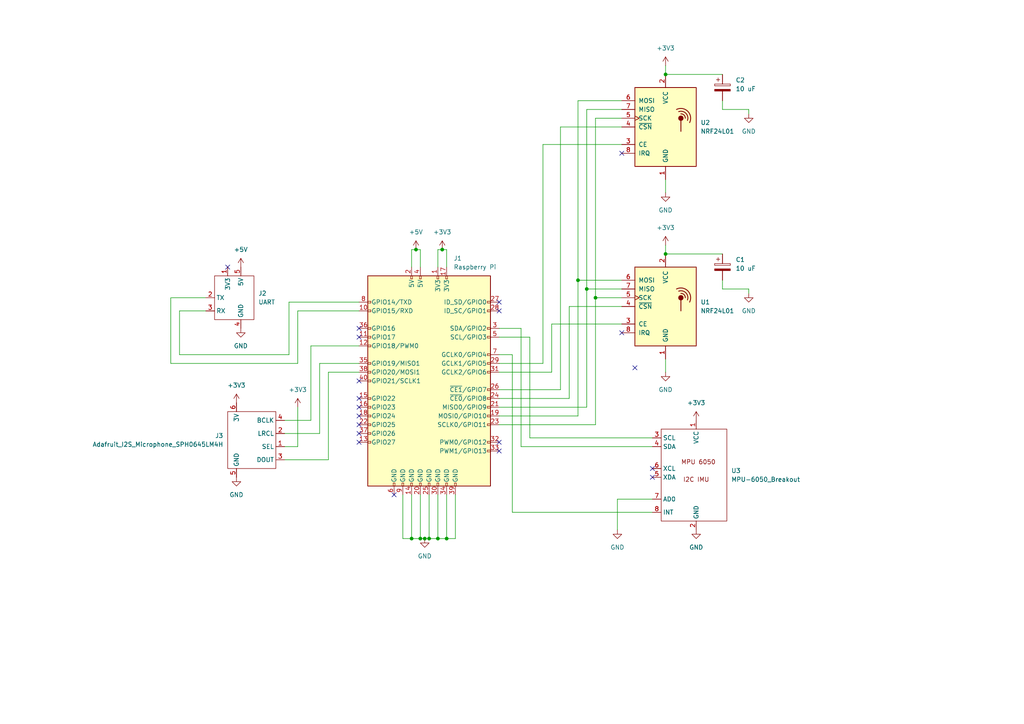
<source format=kicad_sch>
(kicad_sch (version 20211123) (generator eeschema)
  (paper "A4")
  (lib_symbols
    (symbol "Connector:Raspberry_Pi_2_3" (pin_names (offset 1.016))
      (property "Reference" "J" (at -17.78 31.75 0))
      (property "Value" "Raspberry_Pi_2_3" (at 10.16 -31.75 0))
      (symbol "Raspberry_Pi_2_3_0_1"
        (rectangle (start -17.78 30.48) (end 17.78 -30.48) (stroke (width 0.254)) (fill (type background)))
      )
      (symbol "Raspberry_Pi_2_3_1_1"
        (rectangle (start -16.891 -17.526) (end -17.78 -18.034))
        (rectangle (start -16.891 -14.986) (end -17.78 -15.494))
        (rectangle (start -16.891 -12.446) (end -17.78 -12.954))
        (rectangle (start -16.891 -9.906) (end -17.78 -10.414))
        (rectangle (start -16.891 -7.366) (end -17.78 -7.874))
        (rectangle (start -16.891 -4.826) (end -17.78 -5.334))
        (rectangle (start -16.891 0.254) (end -17.78 -0.254))
        (rectangle (start -16.891 2.794) (end -17.78 2.286))
        (rectangle (start -16.891 5.334) (end -17.78 4.826))
        (rectangle (start -16.891 10.414) (end -17.78 9.906))
        (rectangle (start -16.891 12.954) (end -17.78 12.446))
        (rectangle (start -16.891 15.494) (end -17.78 14.986))
        (rectangle (start -16.891 20.574) (end -17.78 20.066))
        (rectangle (start -16.891 23.114) (end -17.78 22.606))
        (rectangle (start -10.414 -29.591) (end -9.906 -30.48))
        (rectangle (start -7.874 -29.591) (end -7.366 -30.48))
        (rectangle (start -5.334 -29.591) (end -4.826 -30.48))
        (rectangle (start -5.334 30.48) (end -4.826 29.591))
        (rectangle (start -2.794 -29.591) (end -2.286 -30.48))
        (rectangle (start -2.794 30.48) (end -2.286 29.591))
        (rectangle (start -0.254 -29.591) (end 0.254 -30.48))
        (rectangle (start 2.286 -29.591) (end 2.794 -30.48))
        (rectangle (start 2.286 30.48) (end 2.794 29.591))
        (rectangle (start 4.826 -29.591) (end 5.334 -30.48))
        (rectangle (start 4.826 30.48) (end 5.334 29.591))
        (rectangle (start 7.366 -29.591) (end 7.874 -30.48))
        (rectangle (start 17.78 -20.066) (end 16.891 -20.574))
        (rectangle (start 17.78 -17.526) (end 16.891 -18.034))
        (rectangle (start 17.78 -12.446) (end 16.891 -12.954))
        (rectangle (start 17.78 -9.906) (end 16.891 -10.414))
        (rectangle (start 17.78 -7.366) (end 16.891 -7.874))
        (rectangle (start 17.78 -4.826) (end 16.891 -5.334))
        (rectangle (start 17.78 -2.286) (end 16.891 -2.794))
        (rectangle (start 17.78 2.794) (end 16.891 2.286))
        (rectangle (start 17.78 5.334) (end 16.891 4.826))
        (rectangle (start 17.78 7.874) (end 16.891 7.366))
        (rectangle (start 17.78 12.954) (end 16.891 12.446))
        (rectangle (start 17.78 15.494) (end 16.891 14.986))
        (rectangle (start 17.78 20.574) (end 16.891 20.066))
        (rectangle (start 17.78 23.114) (end 16.891 22.606))
        (pin power_in line (at 2.54 33.02 270) (length 2.54) (name "3V3") (number "1"))
        (pin bidirectional line (at -20.32 20.32 0) (length 2.54) (name "GPIO15/RXD") (number "10"))
        (pin bidirectional line (at -20.32 12.7 0) (length 2.54) (name "GPIO17") (number "11"))
        (pin bidirectional line (at -20.32 10.16 0) (length 2.54) (name "GPIO18/PWM0") (number "12"))
        (pin bidirectional line (at -20.32 -17.78 0) (length 2.54) (name "GPIO27") (number "13"))
        (pin power_in line (at -5.08 -33.02 90) (length 2.54) (name "GND") (number "14"))
        (pin bidirectional line (at -20.32 -5.08 0) (length 2.54) (name "GPIO22") (number "15"))
        (pin bidirectional line (at -20.32 -7.62 0) (length 2.54) (name "GPIO23") (number "16"))
        (pin power_in line (at 5.08 33.02 270) (length 2.54) (name "3V3") (number "17"))
        (pin bidirectional line (at -20.32 -10.16 0) (length 2.54) (name "GPIO24") (number "18"))
        (pin bidirectional line (at 20.32 -10.16 180) (length 2.54) (name "MOSI0/GPIO10") (number "19"))
        (pin power_in line (at -5.08 33.02 270) (length 2.54) (name "5V") (number "2"))
        (pin power_in line (at -2.54 -33.02 90) (length 2.54) (name "GND") (number "20"))
        (pin bidirectional line (at 20.32 -7.62 180) (length 2.54) (name "MISO0/GPIO9") (number "21"))
        (pin bidirectional line (at -20.32 -12.7 0) (length 2.54) (name "GPIO25") (number "22"))
        (pin bidirectional line (at 20.32 -12.7 180) (length 2.54) (name "SCLK0/GPIO11") (number "23"))
        (pin bidirectional line (at 20.32 -5.08 180) (length 2.54) (name "~{CE0}/GPIO8") (number "24"))
        (pin power_in line (at 0 -33.02 90) (length 2.54) (name "GND") (number "25"))
        (pin bidirectional line (at 20.32 -2.54 180) (length 2.54) (name "~{CE1}/GPIO7") (number "26"))
        (pin bidirectional line (at 20.32 22.86 180) (length 2.54) (name "ID_SD/GPIO0") (number "27"))
        (pin bidirectional line (at 20.32 20.32 180) (length 2.54) (name "ID_SC/GPIO1") (number "28"))
        (pin bidirectional line (at 20.32 5.08 180) (length 2.54) (name "GCLK1/GPIO5") (number "29"))
        (pin bidirectional line (at 20.32 15.24 180) (length 2.54) (name "SDA/GPIO2") (number "3"))
        (pin power_in line (at 2.54 -33.02 90) (length 2.54) (name "GND") (number "30"))
        (pin bidirectional line (at 20.32 2.54 180) (length 2.54) (name "GCLK2/GPIO6") (number "31"))
        (pin bidirectional line (at 20.32 -17.78 180) (length 2.54) (name "PWM0/GPIO12") (number "32"))
        (pin bidirectional line (at 20.32 -20.32 180) (length 2.54) (name "PWM1/GPIO13") (number "33"))
        (pin power_in line (at 5.08 -33.02 90) (length 2.54) (name "GND") (number "34"))
        (pin bidirectional line (at -20.32 5.08 0) (length 2.54) (name "GPIO19/MISO1") (number "35"))
        (pin bidirectional line (at -20.32 15.24 0) (length 2.54) (name "GPIO16") (number "36"))
        (pin bidirectional line (at -20.32 -15.24 0) (length 2.54) (name "GPIO26") (number "37"))
        (pin bidirectional line (at -20.32 2.54 0) (length 2.54) (name "GPIO20/MOSI1") (number "38"))
        (pin power_in line (at 7.62 -33.02 90) (length 2.54) (name "GND") (number "39"))
        (pin power_in line (at -2.54 33.02 270) (length 2.54) (name "5V") (number "4"))
        (pin bidirectional line (at -20.32 0 0) (length 2.54) (name "GPIO21/SCLK1") (number "40"))
        (pin bidirectional line (at 20.32 12.7 180) (length 2.54) (name "SCL/GPIO3") (number "5"))
        (pin power_in line (at -10.16 -33.02 90) (length 2.54) (name "GND") (number "6"))
        (pin bidirectional line (at 20.32 7.62 180) (length 2.54) (name "GCLK0/GPIO4") (number "7"))
        (pin bidirectional line (at -20.32 22.86 0) (length 2.54) (name "GPIO14/TXD") (number "8"))
        (pin power_in line (at -7.62 -33.02 90) (length 2.54) (name "GND") (number "9"))
      )
    )
    (symbol "Device:C_Polarized" (pin_numbers hide) (pin_names (offset 0.254))
      (property "Reference" "C" (at 0.635 2.54 0))
      (property "Value" "C_Polarized" (at 0.635 -2.54 0))
      (symbol "C_Polarized_0_1"
        (rectangle (start -2.286 0.508) (end 2.286 1.016))
        (polyline (pts (xy -1.778 2.286) (xy -0.762 2.286)))
        (polyline (pts (xy -1.27 2.794) (xy -1.27 1.778)))
        (rectangle (start 2.286 -0.508) (end -2.286 -1.016) (fill (type outline)))
      )
      (symbol "C_Polarized_1_1"
        (pin passive line (at 0 3.81 270) (length 2.794) (name "~") (number "1"))
        (pin passive line (at 0 -3.81 90) (length 2.794) (name "~") (number "2"))
      )
    )
    (symbol "RF:NRF24L01_Breakout" (pin_names (offset 1.016))
      (property "Reference" "U" (at -8.89 12.7 0))
      (property "Value" "NRF24L01_Breakout" (at 3.81 12.7 0))
      (symbol "NRF24L01_Breakout_0_1"
        (rectangle (start -8.89 11.43) (end 8.89 -11.43) (stroke (width 0.254)) (fill (type background)))
        (polyline (pts (xy 4.445 1.905) (xy 4.445 -1.27)) (stroke (width 0.254)))
        (circle (center 4.445 2.54) (radius 0.635) (stroke (width 0.254)) (fill (type outline)))
        (arc (start 5.715 2.54) (mid 5.3521 3.4546) (end 4.445 3.81) (stroke (width 0.254)))
        (arc (start 6.35 1.905) (mid 5.8763 3.9854) (end 3.81 4.445) (stroke (width 0.254)))
        (arc (start 6.985 1.27) (mid 6.453 4.548) (end 3.175 5.08) (stroke (width 0.254)))
      )
      (symbol "NRF24L01_Breakout_1_1"
        (pin power_in line (at 0 -15.24 90) (length 3.81) (name "GND") (number "1"))
        (pin power_in line (at 0 15.24 270) (length 3.81) (name "VCC") (number "2"))
        (pin input line (at -12.7 -5.08 0) (length 3.81) (name "CE") (number "3"))
        (pin input line (at -12.7 0 0) (length 3.81) (name "~{CSN}") (number "4"))
        (pin input clock (at -12.7 2.54 0) (length 3.81) (name "SCK") (number "5"))
        (pin input line (at -12.7 7.62 0) (length 3.81) (name "MOSI") (number "6"))
        (pin output line (at -12.7 5.08 0) (length 3.81) (name "MISO") (number "7"))
        (pin output line (at -12.7 -7.62 0) (length 3.81) (name "IRQ") (number "8"))
      )
    )
    (symbol "cs340lx:I2S Mic"
      (property "Reference" "J" (at 6.35 -19.05 0))
      (property "Value" "I2S Mic" (at -2.54 -13.335 90))
      (symbol "I2S Mic_0_1"
        (rectangle (start 0 0) (end 13.97 -16.51))
      )
      (symbol "I2S Mic_1_1"
        (pin input line (at 16.51 -10.16 180) (length 2.54) (name "SEL") (number "1"))
        (pin input line (at 16.51 -6.35 180) (length 2.54) (name "LRCL") (number "2"))
        (pin output line (at 16.51 -13.97 180) (length 2.54) (name "DOUT") (number "3"))
        (pin input line (at 16.51 -2.54 180) (length 2.54) (name "BCLK") (number "4"))
        (pin power_in line (at 2.54 -19.05 90) (length 2.54) (name "GND") (number "5"))
        (pin power_in line (at 2.54 2.54 270) (length 2.54) (name "3V") (number "6"))
      )
    )
    (symbol "cs340lx:MPU-6050_Breakout"
      (property "Reference" "U" (at 24.13 -11.43 90))
      (property "Value" "MPU-6050_Breakout" (at 21.59 -13.97 90))
      (symbol "MPU-6050_Breakout_0_0"
        (text "I2C IMU" (at 10.16 -14.605 0) (effects (font (size 1.27 1.27))))
        (text "MPU 6050" (at 10.795 -9.525 0) (effects (font (size 1.27 1.27))))
      )
      (symbol "MPU-6050_Breakout_0_1"
        (rectangle (start 0 0) (end 19.05 -26.67))
      )
      (symbol "MPU-6050_Breakout_1_1"
        (pin power_in line (at 10.16 2.54 270) (length 2.54) (name "VCC") (number "1"))
        (pin power_in line (at 10.16 -29.21 90) (length 2.54) (name "GND") (number "2"))
        (pin input line (at -2.54 -2.54 0) (length 2.54) (name "SCL") (number "3"))
        (pin bidirectional line (at -2.54 -5.08 0) (length 2.54) (name "SDA") (number "4"))
        (pin bidirectional line (at -2.54 -13.97 0) (length 2.54) (name "XDA") (number "5"))
        (pin input line (at -2.54 -11.43 0) (length 2.54) (name "XCL") (number "6"))
        (pin input line (at -2.54 -20.32 0) (length 2.54) (name "AD0") (number "7"))
        (pin output line (at -2.54 -24.13 0) (length 2.54) (name "INT") (number "8"))
      )
    )
    (symbol "cs340lx:UART"
      (property "Reference" "J" (at 11.43 -3.81 0))
      (property "Value" "UART" (at 12.7 -11.43 0))
      (symbol "UART_0_1"
        (rectangle (start -1.27 -1.27) (end 10.16 -13.97))
      )
      (symbol "UART_1_1"
        (pin power_out line (at 2.54 1.27 270) (length 2.54) (name "3V3") (number "1"))
        (pin output line (at -3.81 -7.62 0) (length 2.54) (name "TX") (number "2"))
        (pin input line (at -3.81 -11.43 0) (length 2.54) (name "RX") (number "3"))
        (pin power_out line (at 6.35 -16.51 90) (length 2.54) (name "GND") (number "4"))
        (pin power_out line (at 6.35 1.27 270) (length 2.54) (name "5V") (number "5"))
      )
    )
    (symbol "power:+3V3" (power) (pin_names (offset 0))
      (property "Value" "+3V3" (at 0 3.556 0))
      (symbol "+3V3_0_1"
        (polyline (pts (xy -0.762 1.27) (xy 0 2.54)))
        (polyline (pts (xy 0 0) (xy 0 2.54)))
        (polyline (pts (xy 0 2.54) (xy 0.762 1.27)))
      )
      (symbol "+3V3_1_1"
        (pin power_in line (at 0 0 90) (length 0) hide (name "+3V3") (number "1"))
      )
    )
    (symbol "power:+5V" (power) (pin_names (offset 0))
      (property "Value" "+5V" (at 0 3.556 0))
      (symbol "+5V_0_1"
        (polyline (pts (xy -0.762 1.27) (xy 0 2.54)))
        (polyline (pts (xy 0 0) (xy 0 2.54)))
        (polyline (pts (xy 0 2.54) (xy 0.762 1.27)))
      )
      (symbol "+5V_1_1"
        (pin power_in line (at 0 0 90) (length 0) hide (name "+5V") (number "1"))
      )
    )
    (symbol "power:GND" (power) (pin_names (offset 0))
      (property "Value" "GND" (at 0 -3.81 0))
      (symbol "GND_0_1"
        (polyline (pts (xy 0 0) (xy 0 -1.27) (xy 1.27 -1.27) (xy 0 -2.54) (xy -1.27 -1.27) (xy 0 -1.27)))
      )
      (symbol "GND_1_1"
        (pin power_in line (at 0 0 270) (length 0) hide (name "GND") (number "1"))
      )
    )
  )
  (junction (at 172.72 86.36))
  (junction (at 170.18 83.82))
  (junction (at 119.38 156.21))
  (junction (at 124.46 156.21))
  (junction (at 128.27 72.39))
  (junction (at 120.65 72.39))
  (junction (at 167.64 81.28))
  (junction (at 193.04 21.59))
  (junction (at 121.92 156.21))
  (junction (at 193.04 73.66))
  (junction (at 123.19 156.21))
  (junction (at 129.54 156.21))
  (junction (at 127 156.21))
  (no_connect (at 144.78 90.17))
  (no_connect (at 144.78 87.63))
  (no_connect (at 180.34 44.45))
  (no_connect (at 104.14 95.25))
  (no_connect (at 104.14 97.79))
  (no_connect (at 104.14 110.49))
  (no_connect (at 104.14 128.27))
  (no_connect (at 104.14 125.73))
  (no_connect (at 104.14 115.57))
  (no_connect (at 104.14 118.11))
  (no_connect (at 104.14 120.65))
  (no_connect (at 104.14 123.19))
  (no_connect (at 144.78 128.27))
  (no_connect (at 144.78 130.81))
  (no_connect (at 66.04 77.47))
  (no_connect (at 189.23 135.89))
  (no_connect (at 189.23 138.43))
  (no_connect (at 180.34 96.52))
  (no_connect (at 114.3 143.51))
  (no_connect (at 184.15 106.68))
  (wire (pts (xy 116.84 143.51) (xy 116.84 156.21)))
  (wire (pts (xy 209.55 31.75) (xy 217.17 31.75)))
  (wire (pts (xy 193.04 104.14) (xy 193.04 107.95)))
  (wire (pts (xy 151.13 95.25) (xy 144.78 95.25)))
  (wire (pts (xy 52.07 90.17) (xy 59.69 90.17)))
  (wire (pts (xy 165.1 88.9) (xy 165.1 115.57)))
  (wire (pts (xy 86.36 90.17) (xy 104.14 90.17)))
  (wire (pts (xy 189.23 144.78) (xy 179.07 144.78)))
  (wire (pts (xy 167.64 81.28) (xy 167.64 120.65)))
  (wire (pts (xy 144.78 120.65) (xy 167.64 120.65)))
  (wire (pts (xy 209.55 83.82) (xy 217.17 83.82)))
  (wire (pts (xy 148.59 102.87) (xy 148.59 148.59)))
  (wire (pts (xy 121.92 72.39) (xy 121.92 77.47)))
  (wire (pts (xy 95.25 107.95) (xy 104.14 107.95)))
  (wire (pts (xy 180.34 29.21) (xy 167.64 29.21)))
  (wire (pts (xy 129.54 143.51) (xy 129.54 156.21)))
  (wire (pts (xy 162.56 113.03) (xy 162.56 36.83)))
  (wire (pts (xy 116.84 156.21) (xy 119.38 156.21)))
  (wire (pts (xy 193.04 19.05) (xy 193.04 21.59)))
  (wire (pts (xy 49.53 105.41) (xy 86.36 105.41)))
  (wire (pts (xy 148.59 148.59) (xy 189.23 148.59)))
  (wire (pts (xy 121.92 156.21) (xy 123.19 156.21)))
  (wire (pts (xy 170.18 31.75) (xy 170.18 83.82)))
  (wire (pts (xy 86.36 105.41) (xy 86.36 90.17)))
  (wire (pts (xy 127 143.51) (xy 127 156.21)))
  (wire (pts (xy 180.34 88.9) (xy 165.1 88.9)))
  (wire (pts (xy 119.38 72.39) (xy 119.38 77.47)))
  (wire (pts (xy 104.14 100.33) (xy 90.17 100.33)))
  (wire (pts (xy 92.71 105.41) (xy 92.71 125.73)))
  (wire (pts (xy 104.14 105.41) (xy 92.71 105.41)))
  (wire (pts (xy 189.23 127) (xy 153.67 127)))
  (wire (pts (xy 49.53 105.41) (xy 49.53 86.36)))
  (wire (pts (xy 151.13 129.54) (xy 151.13 95.25)))
  (wire (pts (xy 160.02 107.95) (xy 144.78 107.95)))
  (wire (pts (xy 193.04 71.12) (xy 193.04 73.66)))
  (wire (pts (xy 179.07 144.78) (xy 179.07 153.67)))
  (wire (pts (xy 162.56 36.83) (xy 180.34 36.83)))
  (wire (pts (xy 127 156.21) (xy 129.54 156.21)))
  (wire (pts (xy 124.46 156.21) (xy 127 156.21)))
  (wire (pts (xy 90.17 121.92) (xy 82.55 121.92)))
  (wire (pts (xy 193.04 73.66) (xy 209.55 73.66)))
  (wire (pts (xy 144.78 123.19) (xy 172.72 123.19)))
  (wire (pts (xy 167.64 81.28) (xy 180.34 81.28)))
  (wire (pts (xy 170.18 83.82) (xy 180.34 83.82)))
  (wire (pts (xy 104.14 87.63) (xy 83.82 87.63)))
  (wire (pts (xy 128.27 72.39) (xy 129.54 72.39)))
  (wire (pts (xy 119.38 143.51) (xy 119.38 156.21)))
  (wire (pts (xy 127 72.39) (xy 128.27 72.39)))
  (wire (pts (xy 172.72 123.19) (xy 172.72 86.36)))
  (wire (pts (xy 189.23 129.54) (xy 151.13 129.54)))
  (wire (pts (xy 217.17 83.82) (xy 217.17 85.09)))
  (wire (pts (xy 209.55 29.21) (xy 209.55 31.75)))
  (wire (pts (xy 193.04 52.07) (xy 193.04 55.88)))
  (wire (pts (xy 95.25 107.95) (xy 95.25 133.35)))
  (wire (pts (xy 157.48 105.41) (xy 157.48 41.91)))
  (wire (pts (xy 83.82 87.63) (xy 83.82 102.87)))
  (wire (pts (xy 209.55 81.28) (xy 209.55 83.82)))
  (wire (pts (xy 144.78 113.03) (xy 162.56 113.03)))
  (wire (pts (xy 165.1 115.57) (xy 144.78 115.57)))
  (wire (pts (xy 127 77.47) (xy 127 72.39)))
  (wire (pts (xy 124.46 143.51) (xy 124.46 156.21)))
  (wire (pts (xy 119.38 156.21) (xy 121.92 156.21)))
  (wire (pts (xy 144.78 102.87) (xy 148.59 102.87)))
  (wire (pts (xy 172.72 86.36) (xy 172.72 34.29)))
  (wire (pts (xy 157.48 41.91) (xy 180.34 41.91)))
  (wire (pts (xy 90.17 100.33) (xy 90.17 121.92)))
  (wire (pts (xy 92.71 125.73) (xy 82.55 125.73)))
  (wire (pts (xy 120.65 72.39) (xy 121.92 72.39)))
  (wire (pts (xy 52.07 102.87) (xy 52.07 90.17)))
  (wire (pts (xy 160.02 93.98) (xy 160.02 107.95)))
  (wire (pts (xy 153.67 97.79) (xy 144.78 97.79)))
  (wire (pts (xy 120.65 72.39) (xy 119.38 72.39)))
  (wire (pts (xy 82.55 133.35) (xy 95.25 133.35)))
  (wire (pts (xy 86.36 118.11) (xy 86.36 129.54)))
  (wire (pts (xy 170.18 83.82) (xy 170.18 118.11)))
  (wire (pts (xy 83.82 102.87) (xy 52.07 102.87)))
  (wire (pts (xy 172.72 34.29) (xy 180.34 34.29)))
  (wire (pts (xy 123.19 156.21) (xy 124.46 156.21)))
  (wire (pts (xy 132.08 143.51) (xy 132.08 156.21)))
  (wire (pts (xy 86.36 129.54) (xy 82.55 129.54)))
  (wire (pts (xy 153.67 127) (xy 153.67 97.79)))
  (wire (pts (xy 49.53 86.36) (xy 59.69 86.36)))
  (wire (pts (xy 167.64 29.21) (xy 167.64 81.28)))
  (wire (pts (xy 129.54 156.21) (xy 132.08 156.21)))
  (wire (pts (xy 129.54 72.39) (xy 129.54 77.47)))
  (wire (pts (xy 180.34 31.75) (xy 170.18 31.75)))
  (wire (pts (xy 121.92 143.51) (xy 121.92 156.21)))
  (wire (pts (xy 172.72 86.36) (xy 180.34 86.36)))
  (wire (pts (xy 193.04 21.59) (xy 209.55 21.59)))
  (wire (pts (xy 170.18 118.11) (xy 144.78 118.11)))
  (wire (pts (xy 180.34 93.98) (xy 160.02 93.98)))
  (wire (pts (xy 144.78 105.41) (xy 157.48 105.41)))
  (wire (pts (xy 217.17 31.75) (xy 217.17 33.02)))
  (symbol (lib_id "power:+3V3") (at 193.04 71.12 0) (unit 1)
    (property "Reference" "#PWR0105" (effects hide))
    (property "Value" "+3V3" (at 193.04 66.04 0))
  )
  (symbol (lib_id "power:GND") (at 193.04 107.95 0) (unit 1)
    (property "Reference" "#PWR01" (effects hide))
    (property "Value" "GND" (at 193.04 113.03 0))
  )
  (symbol (lib_id "power:+3V3") (at 128.27 72.39 0) (unit 1)
    (property "Reference" "#PWR0110" (effects hide))
    (property "Value" "+3V3" (at 128.27 67.31 0))
  )
  (symbol (lib_id "power:GND") (at 217.17 85.09 0) (unit 1)
    (property "Reference" "#PWR02" (effects hide))
    (property "Value" "GND" (at 217.17 90.17 0))
  )
  (symbol (lib_id "power:GND") (at 123.19 156.21 0) (unit 1)
    (property "Reference" "#PWR0101" (effects hide))
    (property "Value" "GND" (at 123.19 161.29 0))
  )
  (symbol (lib_id "power:GND") (at 179.07 153.67 0) (unit 1)
    (property "Reference" "#PWR0113" (effects hide))
    (property "Value" "GND" (at 179.07 158.75 0))
  )
  (symbol (lib_id "power:GND") (at 193.04 55.88 0) (unit 1)
    (property "Reference" "#PWR03" (effects hide))
    (property "Value" "GND" (at 193.04 60.96 0))
  )
  (symbol (lib_id "power:+5V") (at 120.65 72.39 0) (unit 1)
    (property "Reference" "#PWR0102" (effects hide))
    (property "Value" "+5V" (at 120.65 67.31 0))
  )
  (symbol (lib_id "Connector:Raspberry_Pi_2_3") (at 124.46 110.49 0) (unit 1)
    (property "Reference" "J1" (at 131.5594 74.93 0) (effects (justify left)))
    (property "Value" "Raspberry Pi" (at 131.5594 77.47 0) (effects (justify left)))
    (property "Footprint" "Connector_PinSocket_2.54mm:PinSocket_2x20_P2.54mm_Vertical" (effects hide))
    (property "Datasheet" "https://www.raspberrypi.org/documentation/hardware/raspberrypi/schematics/rpi_SCH_3bplus_1p0_reduced.pdf" (effects hide))
  )
  (symbol (lib_id "Device:C_Polarized") (at 209.55 25.4 0) (unit 1)
    (property "Reference" "C2" (at 213.36 23.2409 0) (effects (justify left)))
    (property "Value" "10 uF" (at 213.36 25.7809 0) (effects (justify left)))
    (property "Footprint" "Capacitor_SMD:CP_Elec_4x5.4" (effects hide))
  )
  (symbol (lib_id "RF:NRF24L01_Breakout") (at 193.04 36.83 0) (unit 1)
    (property "Reference" "U2" (at 203.2 35.5599 0) (effects (justify left)))
    (property "Value" "NRF24L01" (at 203.2 38.0999 0) (effects (justify left)))
    (property "Footprint" "RF_Module:nRF24L01_Breakout" (effects hide))
    (property "Datasheet" "http://www.nordicsemi.com/eng/content/download/2730/34105/file/nRF24L01_Product_Specification_v2_0.pdf" (effects hide))
  )
  (symbol (lib_id "cs340lx:MPU-6050_Breakout") (at 191.77 124.46 0) (unit 1)
    (property "Reference" "U3" (at 212.09 136.5249 0) (effects (justify left)))
    (property "Value" "MPU-6050_Breakout" (at 212.09 139.0649 0) (effects (justify left)))
    (property "Footprint" "Connector_PinSocket_2.54mm:PinSocket_1x08_P2.54mm_Vertical" (effects hide))
  )
  (symbol (lib_id "power:GND") (at 217.17 33.02 0) (unit 1)
    (property "Reference" "#PWR04" (effects hide))
    (property "Value" "GND" (at 217.17 38.1 0))
  )
  (symbol (lib_id "power:+3V3") (at 201.93 121.92 0) (unit 1)
    (property "Reference" "#PWR05" (effects hide))
    (property "Value" "+3V3" (at 201.93 116.84 0))
  )
  (symbol (lib_id "power:+3V3") (at 68.58 116.84 0) (unit 1)
    (property "Reference" "#PWR0107" (effects hide))
    (property "Value" "+3V3" (at 68.58 111.76 0))
  )
  (symbol (lib_id "cs340lx:I2S Mic") (at 66.04 119.38 0) (unit 1)
    (property "Reference" "J3" (at 64.77 126.3649 0) (effects (justify right)))
    (property "Value" "Adafruit_I2S_Microphone_SPH0645LM4H" (at 64.77 128.9049 0) (effects (justify right)))
    (property "Footprint" "Connector_PinSocket_2.54mm:PinSocket_1x06_P2.54mm_Vertical" (effects hide))
  )
  (symbol (lib_id "power:+5V") (at 69.85 77.47 0) (unit 1)
    (property "Reference" "#PWR0106" (effects hide))
    (property "Value" "+5V" (at 69.85 72.39 0))
  )
  (symbol (lib_id "Device:C_Polarized") (at 209.55 77.47 0) (unit 1)
    (property "Reference" "C1" (at 213.36 75.3109 0) (effects (justify left)))
    (property "Value" "10 uF" (at 213.36 77.8509 0) (effects (justify left)))
    (property "Footprint" "Capacitor_SMD:CP_Elec_4x5.4" (effects hide))
  )
  (symbol (lib_id "RF:NRF24L01_Breakout") (at 193.04 88.9 0) (unit 1)
    (property "Reference" "U1" (at 203.2 87.6299 0) (effects (justify left)))
    (property "Value" "NRF24L01" (at 203.2 90.1699 0) (effects (justify left)))
    (property "Footprint" "RF_Module:nRF24L01_Breakout" (effects hide))
    (property "Datasheet" "http://www.nordicsemi.com/eng/content/download/2730/34105/file/nRF24L01_Product_Specification_v2_0.pdf" (effects hide))
  )
  (symbol (lib_id "power:GND") (at 201.93 153.67 0) (unit 1)
    (property "Reference" "#PWR0112" (effects hide))
    (property "Value" "GND" (at 201.93 158.75 0))
  )
  (symbol (lib_id "cs340lx:UART") (at 63.5 78.74 0) (unit 1)
    (property "Reference" "J2" (at 74.93 85.0899 0) (effects (justify left)))
    (property "Value" "UART" (at 74.93 87.6299 0) (effects (justify left)))
    (property "Footprint" "Connector_PinSocket_2.54mm:PinSocket_1x05_P2.54mm_Horizontal" (effects hide))
  )
  (symbol (lib_id "power:GND") (at 68.58 138.43 0) (unit 1)
    (property "Reference" "#PWR0109" (effects hide))
    (property "Value" "GND" (at 68.58 143.51 0))
  )
  (symbol (lib_id "power:+3V3") (at 193.04 19.05 0) (unit 1)
    (property "Reference" "#PWR0103" (effects hide))
    (property "Value" "+3V3" (at 193.04 13.97 0))
  )
  (symbol (lib_id "power:+3V3") (at 86.36 118.11 0) (unit 1)
    (property "Reference" "#PWR0108" (effects hide))
    (property "Value" "+3V3" (at 86.36 113.03 0))
  )
  (symbol (lib_id "power:GND") (at 69.85 95.25 0) (unit 1)
    (property "Reference" "#PWR0104" (effects hide))
    (property "Value" "GND" (at 69.85 100.33 0))
  )
)
</source>
